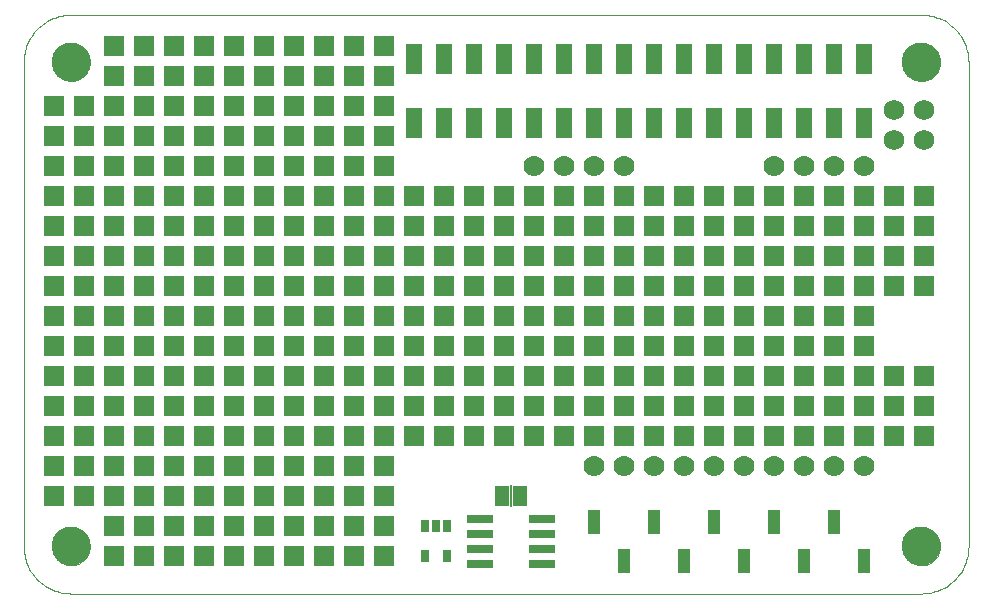
<source format=gts>
G75*
G70*
%OFA0B0*%
%FSLAX24Y24*%
%IPPOS*%
%LPD*%
%AMOC8*
5,1,8,0,0,1.08239X$1,22.5*
%
%ADD10R,0.0540X0.1040*%
%ADD11R,0.0434X0.0827*%
%ADD12C,0.0000*%
%ADD13C,0.1300*%
%ADD14R,0.0312X0.0430*%
%ADD15R,0.0910X0.0280*%
%ADD16R,0.0500X0.0670*%
%ADD17R,0.0060X0.0720*%
%ADD18R,0.0700X0.0700*%
%ADD19C,0.0700*%
%ADD20C,0.0690*%
D10*
X018418Y016175D03*
X019418Y016175D03*
X020418Y016175D03*
X021418Y016175D03*
X022418Y016175D03*
X023418Y016175D03*
X024418Y016175D03*
X025418Y016175D03*
X026418Y016175D03*
X027418Y016175D03*
X028418Y016175D03*
X029418Y016175D03*
X030418Y016175D03*
X031418Y016175D03*
X032418Y016175D03*
X033418Y016175D03*
X033418Y018325D03*
X032418Y018325D03*
X031418Y018325D03*
X030418Y018325D03*
X029418Y018325D03*
X028418Y018325D03*
X027418Y018325D03*
X026418Y018325D03*
X025418Y018325D03*
X024418Y018325D03*
X023418Y018325D03*
X022418Y018325D03*
X021418Y018325D03*
X020418Y018325D03*
X019418Y018325D03*
X018418Y018325D03*
D11*
X024418Y002900D03*
X026418Y002900D03*
X028418Y002900D03*
X030418Y002900D03*
X032418Y002900D03*
X031418Y001600D03*
X029418Y001600D03*
X027418Y001600D03*
X025418Y001600D03*
X033418Y001600D03*
D12*
X005418Y002075D02*
X005418Y018217D01*
X006363Y018217D02*
X006365Y018267D01*
X006371Y018317D01*
X006381Y018366D01*
X006395Y018414D01*
X006412Y018461D01*
X006433Y018506D01*
X006458Y018550D01*
X006486Y018591D01*
X006518Y018630D01*
X006552Y018667D01*
X006589Y018701D01*
X006629Y018731D01*
X006671Y018758D01*
X006715Y018782D01*
X006761Y018803D01*
X006808Y018819D01*
X006856Y018832D01*
X006906Y018841D01*
X006955Y018846D01*
X007006Y018847D01*
X007056Y018844D01*
X007105Y018837D01*
X007154Y018826D01*
X007202Y018811D01*
X007248Y018793D01*
X007293Y018771D01*
X007336Y018745D01*
X007377Y018716D01*
X007416Y018684D01*
X007452Y018649D01*
X007484Y018611D01*
X007514Y018571D01*
X007541Y018528D01*
X007564Y018484D01*
X007583Y018438D01*
X007599Y018390D01*
X007611Y018341D01*
X007619Y018292D01*
X007623Y018242D01*
X007623Y018192D01*
X007619Y018142D01*
X007611Y018093D01*
X007599Y018044D01*
X007583Y017996D01*
X007564Y017950D01*
X007541Y017906D01*
X007514Y017863D01*
X007484Y017823D01*
X007452Y017785D01*
X007416Y017750D01*
X007377Y017718D01*
X007336Y017689D01*
X007293Y017663D01*
X007248Y017641D01*
X007202Y017623D01*
X007154Y017608D01*
X007105Y017597D01*
X007056Y017590D01*
X007006Y017587D01*
X006955Y017588D01*
X006906Y017593D01*
X006856Y017602D01*
X006808Y017615D01*
X006761Y017631D01*
X006715Y017652D01*
X006671Y017676D01*
X006629Y017703D01*
X006589Y017733D01*
X006552Y017767D01*
X006518Y017804D01*
X006486Y017843D01*
X006458Y017884D01*
X006433Y017928D01*
X006412Y017973D01*
X006395Y018020D01*
X006381Y018068D01*
X006371Y018117D01*
X006365Y018167D01*
X006363Y018217D01*
X005418Y018217D02*
X005420Y018294D01*
X005426Y018371D01*
X005435Y018448D01*
X005448Y018524D01*
X005465Y018600D01*
X005486Y018674D01*
X005510Y018748D01*
X005538Y018820D01*
X005569Y018890D01*
X005604Y018959D01*
X005642Y019027D01*
X005683Y019092D01*
X005728Y019155D01*
X005776Y019216D01*
X005826Y019275D01*
X005879Y019331D01*
X005935Y019384D01*
X005994Y019434D01*
X006055Y019482D01*
X006118Y019527D01*
X006183Y019568D01*
X006251Y019606D01*
X006320Y019641D01*
X006390Y019672D01*
X006462Y019700D01*
X006536Y019724D01*
X006610Y019745D01*
X006686Y019762D01*
X006762Y019775D01*
X006839Y019784D01*
X006916Y019790D01*
X006993Y019792D01*
X006993Y019791D02*
X035339Y019791D01*
X034709Y018217D02*
X034711Y018267D01*
X034717Y018317D01*
X034727Y018366D01*
X034741Y018414D01*
X034758Y018461D01*
X034779Y018506D01*
X034804Y018550D01*
X034832Y018591D01*
X034864Y018630D01*
X034898Y018667D01*
X034935Y018701D01*
X034975Y018731D01*
X035017Y018758D01*
X035061Y018782D01*
X035107Y018803D01*
X035154Y018819D01*
X035202Y018832D01*
X035252Y018841D01*
X035301Y018846D01*
X035352Y018847D01*
X035402Y018844D01*
X035451Y018837D01*
X035500Y018826D01*
X035548Y018811D01*
X035594Y018793D01*
X035639Y018771D01*
X035682Y018745D01*
X035723Y018716D01*
X035762Y018684D01*
X035798Y018649D01*
X035830Y018611D01*
X035860Y018571D01*
X035887Y018528D01*
X035910Y018484D01*
X035929Y018438D01*
X035945Y018390D01*
X035957Y018341D01*
X035965Y018292D01*
X035969Y018242D01*
X035969Y018192D01*
X035965Y018142D01*
X035957Y018093D01*
X035945Y018044D01*
X035929Y017996D01*
X035910Y017950D01*
X035887Y017906D01*
X035860Y017863D01*
X035830Y017823D01*
X035798Y017785D01*
X035762Y017750D01*
X035723Y017718D01*
X035682Y017689D01*
X035639Y017663D01*
X035594Y017641D01*
X035548Y017623D01*
X035500Y017608D01*
X035451Y017597D01*
X035402Y017590D01*
X035352Y017587D01*
X035301Y017588D01*
X035252Y017593D01*
X035202Y017602D01*
X035154Y017615D01*
X035107Y017631D01*
X035061Y017652D01*
X035017Y017676D01*
X034975Y017703D01*
X034935Y017733D01*
X034898Y017767D01*
X034864Y017804D01*
X034832Y017843D01*
X034804Y017884D01*
X034779Y017928D01*
X034758Y017973D01*
X034741Y018020D01*
X034727Y018068D01*
X034717Y018117D01*
X034711Y018167D01*
X034709Y018217D01*
X035339Y019792D02*
X035416Y019790D01*
X035493Y019784D01*
X035570Y019775D01*
X035646Y019762D01*
X035722Y019745D01*
X035796Y019724D01*
X035870Y019700D01*
X035942Y019672D01*
X036012Y019641D01*
X036081Y019606D01*
X036149Y019568D01*
X036214Y019527D01*
X036277Y019482D01*
X036338Y019434D01*
X036397Y019384D01*
X036453Y019331D01*
X036506Y019275D01*
X036556Y019216D01*
X036604Y019155D01*
X036649Y019092D01*
X036690Y019027D01*
X036728Y018959D01*
X036763Y018890D01*
X036794Y018820D01*
X036822Y018748D01*
X036846Y018674D01*
X036867Y018600D01*
X036884Y018524D01*
X036897Y018448D01*
X036906Y018371D01*
X036912Y018294D01*
X036914Y018217D01*
X036914Y002075D01*
X034709Y002075D02*
X034711Y002125D01*
X034717Y002175D01*
X034727Y002224D01*
X034741Y002272D01*
X034758Y002319D01*
X034779Y002364D01*
X034804Y002408D01*
X034832Y002449D01*
X034864Y002488D01*
X034898Y002525D01*
X034935Y002559D01*
X034975Y002589D01*
X035017Y002616D01*
X035061Y002640D01*
X035107Y002661D01*
X035154Y002677D01*
X035202Y002690D01*
X035252Y002699D01*
X035301Y002704D01*
X035352Y002705D01*
X035402Y002702D01*
X035451Y002695D01*
X035500Y002684D01*
X035548Y002669D01*
X035594Y002651D01*
X035639Y002629D01*
X035682Y002603D01*
X035723Y002574D01*
X035762Y002542D01*
X035798Y002507D01*
X035830Y002469D01*
X035860Y002429D01*
X035887Y002386D01*
X035910Y002342D01*
X035929Y002296D01*
X035945Y002248D01*
X035957Y002199D01*
X035965Y002150D01*
X035969Y002100D01*
X035969Y002050D01*
X035965Y002000D01*
X035957Y001951D01*
X035945Y001902D01*
X035929Y001854D01*
X035910Y001808D01*
X035887Y001764D01*
X035860Y001721D01*
X035830Y001681D01*
X035798Y001643D01*
X035762Y001608D01*
X035723Y001576D01*
X035682Y001547D01*
X035639Y001521D01*
X035594Y001499D01*
X035548Y001481D01*
X035500Y001466D01*
X035451Y001455D01*
X035402Y001448D01*
X035352Y001445D01*
X035301Y001446D01*
X035252Y001451D01*
X035202Y001460D01*
X035154Y001473D01*
X035107Y001489D01*
X035061Y001510D01*
X035017Y001534D01*
X034975Y001561D01*
X034935Y001591D01*
X034898Y001625D01*
X034864Y001662D01*
X034832Y001701D01*
X034804Y001742D01*
X034779Y001786D01*
X034758Y001831D01*
X034741Y001878D01*
X034727Y001926D01*
X034717Y001975D01*
X034711Y002025D01*
X034709Y002075D01*
X035339Y000500D02*
X035416Y000502D01*
X035493Y000508D01*
X035570Y000517D01*
X035646Y000530D01*
X035722Y000547D01*
X035796Y000568D01*
X035870Y000592D01*
X035942Y000620D01*
X036012Y000651D01*
X036081Y000686D01*
X036149Y000724D01*
X036214Y000765D01*
X036277Y000810D01*
X036338Y000858D01*
X036397Y000908D01*
X036453Y000961D01*
X036506Y001017D01*
X036556Y001076D01*
X036604Y001137D01*
X036649Y001200D01*
X036690Y001265D01*
X036728Y001333D01*
X036763Y001402D01*
X036794Y001472D01*
X036822Y001544D01*
X036846Y001618D01*
X036867Y001692D01*
X036884Y001768D01*
X036897Y001844D01*
X036906Y001921D01*
X036912Y001998D01*
X036914Y002075D01*
X035339Y000500D02*
X006993Y000500D01*
X006363Y002075D02*
X006365Y002125D01*
X006371Y002175D01*
X006381Y002224D01*
X006395Y002272D01*
X006412Y002319D01*
X006433Y002364D01*
X006458Y002408D01*
X006486Y002449D01*
X006518Y002488D01*
X006552Y002525D01*
X006589Y002559D01*
X006629Y002589D01*
X006671Y002616D01*
X006715Y002640D01*
X006761Y002661D01*
X006808Y002677D01*
X006856Y002690D01*
X006906Y002699D01*
X006955Y002704D01*
X007006Y002705D01*
X007056Y002702D01*
X007105Y002695D01*
X007154Y002684D01*
X007202Y002669D01*
X007248Y002651D01*
X007293Y002629D01*
X007336Y002603D01*
X007377Y002574D01*
X007416Y002542D01*
X007452Y002507D01*
X007484Y002469D01*
X007514Y002429D01*
X007541Y002386D01*
X007564Y002342D01*
X007583Y002296D01*
X007599Y002248D01*
X007611Y002199D01*
X007619Y002150D01*
X007623Y002100D01*
X007623Y002050D01*
X007619Y002000D01*
X007611Y001951D01*
X007599Y001902D01*
X007583Y001854D01*
X007564Y001808D01*
X007541Y001764D01*
X007514Y001721D01*
X007484Y001681D01*
X007452Y001643D01*
X007416Y001608D01*
X007377Y001576D01*
X007336Y001547D01*
X007293Y001521D01*
X007248Y001499D01*
X007202Y001481D01*
X007154Y001466D01*
X007105Y001455D01*
X007056Y001448D01*
X007006Y001445D01*
X006955Y001446D01*
X006906Y001451D01*
X006856Y001460D01*
X006808Y001473D01*
X006761Y001489D01*
X006715Y001510D01*
X006671Y001534D01*
X006629Y001561D01*
X006589Y001591D01*
X006552Y001625D01*
X006518Y001662D01*
X006486Y001701D01*
X006458Y001742D01*
X006433Y001786D01*
X006412Y001831D01*
X006395Y001878D01*
X006381Y001926D01*
X006371Y001975D01*
X006365Y002025D01*
X006363Y002075D01*
X005418Y002075D02*
X005420Y001998D01*
X005426Y001921D01*
X005435Y001844D01*
X005448Y001768D01*
X005465Y001692D01*
X005486Y001618D01*
X005510Y001544D01*
X005538Y001472D01*
X005569Y001402D01*
X005604Y001333D01*
X005642Y001265D01*
X005683Y001200D01*
X005728Y001137D01*
X005776Y001076D01*
X005826Y001017D01*
X005879Y000961D01*
X005935Y000908D01*
X005994Y000858D01*
X006055Y000810D01*
X006118Y000765D01*
X006183Y000724D01*
X006251Y000686D01*
X006320Y000651D01*
X006390Y000620D01*
X006462Y000592D01*
X006536Y000568D01*
X006610Y000547D01*
X006686Y000530D01*
X006762Y000517D01*
X006839Y000508D01*
X006916Y000502D01*
X006993Y000500D01*
D13*
X006993Y002075D03*
X035339Y002075D03*
X035339Y018217D03*
X006993Y018217D03*
D14*
X018794Y002758D03*
X019168Y002758D03*
X019542Y002758D03*
X019542Y001738D03*
X018794Y001738D03*
D15*
X020638Y001500D03*
X020638Y002000D03*
X020638Y002500D03*
X020638Y003000D03*
X022698Y003000D03*
X022698Y002500D03*
X022698Y002000D03*
X022698Y001500D03*
D16*
X021968Y003750D03*
X021368Y003750D03*
D17*
X021668Y003750D03*
D18*
X021418Y005750D03*
X022418Y005750D03*
X023418Y005750D03*
X024418Y005750D03*
X025418Y005750D03*
X026418Y005750D03*
X027418Y005750D03*
X028418Y005750D03*
X029418Y005750D03*
X030418Y005750D03*
X031418Y005750D03*
X032418Y005750D03*
X033418Y005750D03*
X034418Y005750D03*
X035418Y005750D03*
X035418Y006750D03*
X034418Y006750D03*
X033418Y006750D03*
X032418Y006750D03*
X031418Y006750D03*
X030418Y006750D03*
X029418Y006750D03*
X028418Y006750D03*
X027418Y006750D03*
X026418Y006750D03*
X025418Y006750D03*
X024418Y006750D03*
X023418Y006750D03*
X022418Y006750D03*
X021418Y006750D03*
X020418Y006750D03*
X019418Y006750D03*
X018418Y006750D03*
X017418Y006750D03*
X016418Y006750D03*
X015418Y006750D03*
X014418Y006750D03*
X013418Y006750D03*
X012418Y006750D03*
X011418Y006750D03*
X010418Y006750D03*
X009418Y006750D03*
X008418Y006750D03*
X007418Y006750D03*
X006418Y006750D03*
X006418Y005750D03*
X007418Y005750D03*
X008418Y005750D03*
X009418Y005750D03*
X010418Y005750D03*
X011418Y005750D03*
X012418Y005750D03*
X013418Y005750D03*
X014418Y005750D03*
X015418Y005750D03*
X016418Y005750D03*
X017418Y005750D03*
X018418Y005750D03*
X019418Y005750D03*
X020418Y005750D03*
X017418Y004750D03*
X016418Y004750D03*
X015418Y004750D03*
X014418Y004750D03*
X013418Y004750D03*
X012418Y004750D03*
X011418Y004750D03*
X010418Y004750D03*
X009418Y004750D03*
X008418Y004750D03*
X007418Y004750D03*
X006418Y004750D03*
X006418Y003750D03*
X007418Y003750D03*
X008418Y003750D03*
X009418Y003750D03*
X010418Y003750D03*
X011418Y003750D03*
X012418Y003750D03*
X013418Y003750D03*
X014418Y003750D03*
X015418Y003750D03*
X016418Y003750D03*
X017418Y003750D03*
X017418Y002750D03*
X016418Y002750D03*
X015418Y002750D03*
X014418Y002750D03*
X013418Y002750D03*
X012418Y002750D03*
X011418Y002750D03*
X010418Y002750D03*
X009418Y002750D03*
X008418Y002750D03*
X008418Y001750D03*
X009418Y001750D03*
X010418Y001750D03*
X011418Y001750D03*
X012418Y001750D03*
X013418Y001750D03*
X014418Y001750D03*
X015418Y001750D03*
X016418Y001750D03*
X017418Y001750D03*
X017418Y007750D03*
X016418Y007750D03*
X015418Y007750D03*
X014418Y007750D03*
X013418Y007750D03*
X012418Y007750D03*
X011418Y007750D03*
X010418Y007750D03*
X009418Y007750D03*
X008418Y007750D03*
X007418Y007750D03*
X006418Y007750D03*
X006418Y008750D03*
X007418Y008750D03*
X008418Y008750D03*
X009418Y008750D03*
X010418Y008750D03*
X011418Y008750D03*
X012418Y008750D03*
X013418Y008750D03*
X014418Y008750D03*
X015418Y008750D03*
X016418Y008750D03*
X017418Y008750D03*
X018418Y008750D03*
X019418Y008750D03*
X020418Y008750D03*
X021418Y008750D03*
X022418Y008750D03*
X023418Y008750D03*
X024418Y008750D03*
X025418Y008750D03*
X026418Y008750D03*
X027418Y008750D03*
X028418Y008750D03*
X029418Y008750D03*
X030418Y008750D03*
X031418Y008750D03*
X032418Y008750D03*
X033418Y008750D03*
X033418Y007750D03*
X034418Y007750D03*
X035418Y007750D03*
X032418Y007750D03*
X031418Y007750D03*
X030418Y007750D03*
X029418Y007750D03*
X028418Y007750D03*
X027418Y007750D03*
X026418Y007750D03*
X025418Y007750D03*
X024418Y007750D03*
X023418Y007750D03*
X022418Y007750D03*
X021418Y007750D03*
X020418Y007750D03*
X019418Y007750D03*
X018418Y007750D03*
X018418Y009750D03*
X019418Y009750D03*
X020418Y009750D03*
X021418Y009750D03*
X022418Y009750D03*
X023418Y009750D03*
X024418Y009750D03*
X025418Y009750D03*
X026418Y009750D03*
X027418Y009750D03*
X028418Y009750D03*
X029418Y009750D03*
X030418Y009750D03*
X031418Y009750D03*
X032418Y009750D03*
X033418Y009750D03*
X033418Y010750D03*
X034418Y010750D03*
X035418Y010750D03*
X035418Y011750D03*
X034418Y011750D03*
X033418Y011750D03*
X032418Y011750D03*
X031418Y011750D03*
X030418Y011750D03*
X029418Y011750D03*
X028418Y011750D03*
X027418Y011750D03*
X026418Y011750D03*
X025418Y011750D03*
X024418Y011750D03*
X023418Y011750D03*
X022418Y011750D03*
X021418Y011750D03*
X020418Y011750D03*
X019418Y011750D03*
X018418Y011750D03*
X017418Y011750D03*
X016418Y011750D03*
X015418Y011750D03*
X014418Y011750D03*
X013418Y011750D03*
X012418Y011750D03*
X011418Y011750D03*
X010418Y011750D03*
X009418Y011750D03*
X008418Y011750D03*
X007418Y011750D03*
X006418Y011750D03*
X006418Y010750D03*
X007418Y010750D03*
X008418Y010750D03*
X009418Y010750D03*
X010418Y010750D03*
X011418Y010750D03*
X012418Y010750D03*
X013418Y010750D03*
X014418Y010750D03*
X015418Y010750D03*
X016418Y010750D03*
X017418Y010750D03*
X018418Y010750D03*
X019418Y010750D03*
X020418Y010750D03*
X021418Y010750D03*
X022418Y010750D03*
X023418Y010750D03*
X024418Y010750D03*
X025418Y010750D03*
X026418Y010750D03*
X027418Y010750D03*
X028418Y010750D03*
X029418Y010750D03*
X030418Y010750D03*
X031418Y010750D03*
X032418Y010750D03*
X032418Y012750D03*
X031418Y012750D03*
X030418Y012750D03*
X029418Y012750D03*
X028418Y012750D03*
X027418Y012750D03*
X026418Y012750D03*
X025418Y012750D03*
X024418Y012750D03*
X023418Y012750D03*
X022418Y012750D03*
X021418Y012750D03*
X020418Y012750D03*
X019418Y012750D03*
X018418Y012750D03*
X017418Y012750D03*
X016418Y012750D03*
X015418Y012750D03*
X014418Y012750D03*
X013418Y012750D03*
X012418Y012750D03*
X011418Y012750D03*
X010418Y012750D03*
X009418Y012750D03*
X008418Y012750D03*
X007418Y012750D03*
X006418Y012750D03*
X006418Y013750D03*
X007418Y013750D03*
X008418Y013750D03*
X009418Y013750D03*
X010418Y013750D03*
X011418Y013750D03*
X012418Y013750D03*
X013418Y013750D03*
X014418Y013750D03*
X015418Y013750D03*
X016418Y013750D03*
X017418Y013750D03*
X018418Y013750D03*
X019418Y013750D03*
X020418Y013750D03*
X021418Y013750D03*
X022418Y013750D03*
X023418Y013750D03*
X024418Y013750D03*
X025418Y013750D03*
X026418Y013750D03*
X027418Y013750D03*
X028418Y013750D03*
X029418Y013750D03*
X030418Y013750D03*
X031418Y013750D03*
X032418Y013750D03*
X033418Y013750D03*
X034418Y013750D03*
X035418Y013750D03*
X035418Y012750D03*
X034418Y012750D03*
X033418Y012750D03*
X017418Y014750D03*
X016418Y014750D03*
X015418Y014750D03*
X014418Y014750D03*
X013418Y014750D03*
X012418Y014750D03*
X011418Y014750D03*
X010418Y014750D03*
X009418Y014750D03*
X008418Y014750D03*
X007418Y014750D03*
X006418Y014750D03*
X006418Y015750D03*
X007418Y015750D03*
X008418Y015750D03*
X009418Y015750D03*
X010418Y015750D03*
X011418Y015750D03*
X012418Y015750D03*
X013418Y015750D03*
X014418Y015750D03*
X015418Y015750D03*
X016418Y015750D03*
X017418Y015750D03*
X017418Y016750D03*
X016418Y016750D03*
X015418Y016750D03*
X014418Y016750D03*
X013418Y016750D03*
X012418Y016750D03*
X011418Y016750D03*
X010418Y016750D03*
X009418Y016750D03*
X008418Y016750D03*
X007418Y016750D03*
X006418Y016750D03*
X008418Y017750D03*
X009418Y017750D03*
X010418Y017750D03*
X011418Y017750D03*
X012418Y017750D03*
X013418Y017750D03*
X014418Y017750D03*
X015418Y017750D03*
X016418Y017750D03*
X017418Y017750D03*
X017418Y018750D03*
X016418Y018750D03*
X015418Y018750D03*
X014418Y018750D03*
X013418Y018750D03*
X012418Y018750D03*
X011418Y018750D03*
X010418Y018750D03*
X009418Y018750D03*
X008418Y018750D03*
X008418Y009750D03*
X009418Y009750D03*
X010418Y009750D03*
X011418Y009750D03*
X012418Y009750D03*
X013418Y009750D03*
X014418Y009750D03*
X015418Y009750D03*
X016418Y009750D03*
X017418Y009750D03*
X007418Y009750D03*
X006418Y009750D03*
D19*
X022418Y014750D03*
X023418Y014750D03*
X024418Y014750D03*
X025418Y014750D03*
X030418Y014750D03*
X031418Y014750D03*
X032418Y014750D03*
X033418Y014750D03*
X033418Y004750D03*
X032418Y004750D03*
X031418Y004750D03*
X030418Y004750D03*
X029418Y004750D03*
X028418Y004750D03*
X027418Y004750D03*
X026418Y004750D03*
X025418Y004750D03*
X024418Y004750D03*
D20*
X034418Y015625D03*
X035418Y015625D03*
X035418Y016625D03*
X034418Y016625D03*
M02*

</source>
